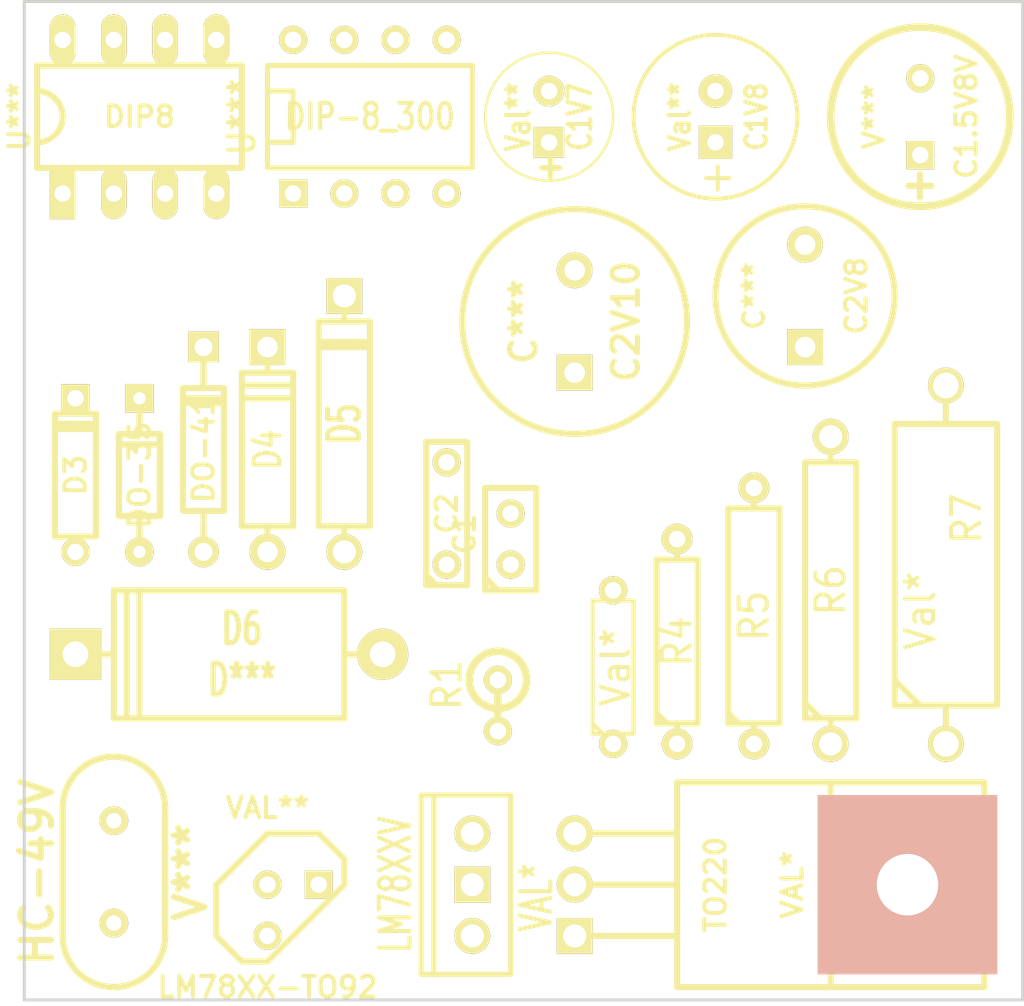
<source format=kicad_pcb>
(kicad_pcb (version 3) (host pcbnew "(2013-07-07 BZR 4022)-stable")

  (general
    (links 0)
    (no_connects 0)
    (area 154.624316 83.566 213.421684 140.537001)
    (thickness 1.6)
    (drawings 4)
    (tracks 0)
    (zones 0)
    (modules 25)
    (nets 1)
  )

  (page A3)
  (layers
    (15 F.Cu signal)
    (0 B.Cu signal)
    (16 B.Adhes user)
    (17 F.Adhes user)
    (18 B.Paste user)
    (19 F.Paste user)
    (20 B.SilkS user)
    (21 F.SilkS user)
    (22 B.Mask user)
    (23 F.Mask user)
    (24 Dwgs.User user)
    (25 Cmts.User user)
    (26 Eco1.User user)
    (27 Eco2.User user)
    (28 Edge.Cuts user)
  )

  (setup
    (last_trace_width 0.254)
    (trace_clearance 0.254)
    (zone_clearance 0.508)
    (zone_45_only no)
    (trace_min 0.254)
    (segment_width 0.2)
    (edge_width 0.15)
    (via_size 0.889)
    (via_drill 0.635)
    (via_min_size 0.889)
    (via_min_drill 0.508)
    (uvia_size 0.508)
    (uvia_drill 0.127)
    (uvias_allowed no)
    (uvia_min_size 0.508)
    (uvia_min_drill 0.127)
    (pcb_text_width 0.3)
    (pcb_text_size 1 1)
    (mod_edge_width 0.15)
    (mod_text_size 1 1)
    (mod_text_width 0.15)
    (pad_size 1 1)
    (pad_drill 0.6)
    (pad_to_mask_clearance 0)
    (aux_axis_origin 0 0)
    (visible_elements 7FFFFFFF)
    (pcbplotparams
      (layerselection 3178497)
      (usegerberextensions true)
      (excludeedgelayer true)
      (linewidth 0.150000)
      (plotframeref false)
      (viasonmask false)
      (mode 1)
      (useauxorigin false)
      (hpglpennumber 1)
      (hpglpenspeed 20)
      (hpglpendiameter 15)
      (hpglpenoverlay 2)
      (psnegative false)
      (psa4output false)
      (plotreference true)
      (plotvalue true)
      (plotothertext true)
      (plotinvisibletext false)
      (padsonsilk false)
      (subtractmaskfromsilk false)
      (outputformat 1)
      (mirror false)
      (drillshape 1)
      (scaleselection 1)
      (outputdirectory ""))
  )

  (net 0 "")

  (net_class Default "This is the default net class."
    (clearance 0.254)
    (trace_width 0.254)
    (via_dia 0.889)
    (via_drill 0.635)
    (uvia_dia 0.508)
    (uvia_drill 0.127)
    (add_net "")
  )

  (module DIP8_ez (layer F.Cu) (tedit 52EC9746) (tstamp 52F1C5E5)
    (at 161.925 102.235)
    (descr "8 pins DIL package, elliptical pads")
    (tags DIL)
    (fp_text reference U*** (at -5.969 0 90) (layer F.SilkS)
      (effects (font (size 1.016 1.016) (thickness 0.2032)))
    )
    (fp_text value DIP8 (at 0 0) (layer F.SilkS)
      (effects (font (size 1.016 1.016) (thickness 0.2032)))
    )
    (fp_arc (start -5.08 0) (end -5.08 -1.27) (angle 90) (layer F.SilkS) (width 0.3048))
    (fp_arc (start -5.08 0) (end -3.81 0) (angle 90) (layer F.SilkS) (width 0.3048))
    (fp_line (start -5.08 -2.54) (end 5.08 -2.54) (layer F.SilkS) (width 0.3048))
    (fp_line (start 5.08 -2.54) (end 5.08 2.54) (layer F.SilkS) (width 0.3048))
    (fp_line (start 5.08 2.54) (end -5.08 2.54) (layer F.SilkS) (width 0.3048))
    (fp_line (start -5.08 2.54) (end -5.08 -2.54) (layer F.SilkS) (width 0.3048))
    (pad 1 thru_hole rect (at -3.81 3.81) (size 1.27 2.54) (drill 0.8128)
      (layers *.Cu *.Mask F.SilkS)
    )
    (pad 2 thru_hole oval (at -1.27 3.81) (size 1.27 2.54) (drill 0.8128)
      (layers *.Cu *.Mask F.SilkS)
    )
    (pad 3 thru_hole oval (at 1.27 3.81) (size 1.27 2.54) (drill 0.8128)
      (layers *.Cu *.Mask F.SilkS)
    )
    (pad 4 thru_hole oval (at 3.81 3.81) (size 1.27 2.54) (drill 0.8128)
      (layers *.Cu *.Mask F.SilkS)
    )
    (pad 5 thru_hole oval (at 3.81 -3.81) (size 1.27 2.54) (drill 0.8128)
      (layers *.Cu *.Mask F.SilkS)
    )
    (pad 6 thru_hole oval (at 1.27 -3.81) (size 1.27 2.54) (drill 0.8128)
      (layers *.Cu *.Mask F.SilkS)
    )
    (pad 7 thru_hole oval (at -1.27 -3.81) (size 1.27 2.54) (drill 0.8128)
      (layers *.Cu *.Mask F.SilkS)
    )
    (pad 8 thru_hole oval (at -3.81 -3.81) (size 1.27 2.54) (drill 0.8128)
      (layers *.Cu *.Mask F.SilkS)
    )
    (model dil/dil_8.wrl
      (at (xyz 0 0 0))
      (scale (xyz 1 1 1))
      (rotate (xyz 0 0 0))
    )
  )

  (module DIP-8__300 (layer F.Cu) (tedit 43A7F843) (tstamp 52F1EDC6)
    (at 173.355 102.235)
    (descr "8 pins DIL package, round pads")
    (tags DIL)
    (fp_text reference U*** (at -6.35 0 90) (layer F.SilkS)
      (effects (font (size 1.27 1.143) (thickness 0.2032)))
    )
    (fp_text value DIP-8_300 (at 0 0) (layer F.SilkS)
      (effects (font (size 1.27 1.016) (thickness 0.2032)))
    )
    (fp_line (start -5.08 -1.27) (end -3.81 -1.27) (layer F.SilkS) (width 0.254))
    (fp_line (start -3.81 -1.27) (end -3.81 1.27) (layer F.SilkS) (width 0.254))
    (fp_line (start -3.81 1.27) (end -5.08 1.27) (layer F.SilkS) (width 0.254))
    (fp_line (start -5.08 -2.54) (end 5.08 -2.54) (layer F.SilkS) (width 0.254))
    (fp_line (start 5.08 -2.54) (end 5.08 2.54) (layer F.SilkS) (width 0.254))
    (fp_line (start 5.08 2.54) (end -5.08 2.54) (layer F.SilkS) (width 0.254))
    (fp_line (start -5.08 2.54) (end -5.08 -2.54) (layer F.SilkS) (width 0.254))
    (pad 1 thru_hole rect (at -3.81 3.81) (size 1.397 1.397) (drill 0.8128)
      (layers *.Cu *.Mask F.SilkS)
    )
    (pad 2 thru_hole circle (at -1.27 3.81) (size 1.397 1.397) (drill 0.8128)
      (layers *.Cu *.Mask F.SilkS)
    )
    (pad 3 thru_hole circle (at 1.27 3.81) (size 1.397 1.397) (drill 0.8128)
      (layers *.Cu *.Mask F.SilkS)
    )
    (pad 4 thru_hole circle (at 3.81 3.81) (size 1.397 1.397) (drill 0.8128)
      (layers *.Cu *.Mask F.SilkS)
    )
    (pad 5 thru_hole circle (at 3.81 -3.81) (size 1.397 1.397) (drill 0.8128)
      (layers *.Cu *.Mask F.SilkS)
    )
    (pad 6 thru_hole circle (at 1.27 -3.81) (size 1.397 1.397) (drill 0.8128)
      (layers *.Cu *.Mask F.SilkS)
    )
    (pad 7 thru_hole circle (at -1.27 -3.81) (size 1.397 1.397) (drill 0.8128)
      (layers *.Cu *.Mask F.SilkS)
    )
    (pad 8 thru_hole circle (at -3.81 -3.81) (size 1.397 1.397) (drill 0.8128)
      (layers *.Cu *.Mask F.SilkS)
    )
    (model dil/dil_8.wrl
      (at (xyz 0 0 0))
      (scale (xyz 1 1 1))
      (rotate (xyz 0 0 0))
    )
  )

  (module C1 (layer F.Cu) (tedit 3F92C496) (tstamp 52F215B0)
    (at 180.34 123.19 90)
    (descr "Condensateur e = 1 pas")
    (tags C)
    (fp_text reference C1 (at 0.254 -2.286 90) (layer F.SilkS)
      (effects (font (size 1.016 1.016) (thickness 0.2032)))
    )
    (fp_text value V*** (at 0 -2.286 90) (layer F.SilkS) hide
      (effects (font (size 1.016 1.016) (thickness 0.2032)))
    )
    (fp_line (start -2.4892 -1.27) (end 2.54 -1.27) (layer F.SilkS) (width 0.3048))
    (fp_line (start 2.54 -1.27) (end 2.54 1.27) (layer F.SilkS) (width 0.3048))
    (fp_line (start 2.54 1.27) (end -2.54 1.27) (layer F.SilkS) (width 0.3048))
    (fp_line (start -2.54 1.27) (end -2.54 -1.27) (layer F.SilkS) (width 0.3048))
    (fp_line (start -2.54 -0.635) (end -1.905 -1.27) (layer F.SilkS) (width 0.3048))
    (pad 1 thru_hole circle (at -1.27 0 90) (size 1.397 1.397) (drill 0.8128)
      (layers *.Cu *.Mask F.SilkS)
    )
    (pad 2 thru_hole circle (at 1.27 0 90) (size 1.397 1.397) (drill 0.8128)
      (layers *.Cu *.Mask F.SilkS)
    )
    (model discret/capa_1_pas.wrl
      (at (xyz 0 0 0))
      (scale (xyz 1 1 1))
      (rotate (xyz 0 0 0))
    )
  )

  (module C1.5V8V (layer F.Cu) (tedit 4512B232) (tstamp 52F21BCA)
    (at 200.66 102.235 90)
    (fp_text reference C1.5V8V (at 0 2.286 90) (layer F.SilkS)
      (effects (font (size 1.016 1.016) (thickness 0.2032)))
    )
    (fp_text value V*** (at 0 -2.286 90) (layer F.SilkS)
      (effects (font (size 1.016 1.016) (thickness 0.2032)))
    )
    (fp_text user + (at -3.429 -0.127 90) (layer F.SilkS)
      (effects (font (size 1.524 1.524) (thickness 0.3048)))
    )
    (fp_circle (center 0 0) (end 0 4.445) (layer F.SilkS) (width 0.381))
    (pad 1 thru_hole rect (at -1.905 0 90) (size 1.397 1.397) (drill 0.8128)
      (layers *.Cu *.Mask F.SilkS)
    )
    (pad 2 thru_hole circle (at 1.905 0 90) (size 1.397 1.397) (drill 0.8128)
      (layers *.Cu *.Mask F.SilkS)
    )
    (model discret/c_vert_c1v8.wrl
      (at (xyz 0 0 0))
      (scale (xyz 1.5 1.5 1))
      (rotate (xyz 0 0 0))
    )
  )

  (module C1V7 (layer F.Cu) (tedit 200000) (tstamp 52F221D5)
    (at 182.245 102.235 90)
    (fp_text reference C1V7 (at 0 1.524 90) (layer F.SilkS)
      (effects (font (size 1.143 0.889) (thickness 0.2032)))
    )
    (fp_text value Val** (at 0 -1.524 90) (layer F.SilkS)
      (effects (font (size 1.143 0.889) (thickness 0.2032)))
    )
    (fp_text user + (at -2.54 0 90) (layer F.SilkS)
      (effects (font (size 1.143 1.143) (thickness 0.3048)))
    )
    (fp_circle (center 0 0) (end 3.175 0) (layer F.SilkS) (width 0.127))
    (pad 1 thru_hole rect (at -1.27 0 90) (size 1.524 1.524) (drill 0.8128)
      (layers *.Cu *.Mask F.SilkS)
    )
    (pad 2 thru_hole circle (at 1.27 0 90) (size 1.524 1.524) (drill 0.8128)
      (layers *.Cu *.Mask F.SilkS)
    )
    (model discret/c_vert_c1v7.wrl
      (at (xyz 0 0 0))
      (scale (xyz 1 1 1))
      (rotate (xyz 0 0 0))
    )
  )

  (module C1V8 (layer F.Cu) (tedit 3DD3A719) (tstamp 52F22806)
    (at 190.5 102.235 90)
    (fp_text reference C1V8 (at 0 2.032 90) (layer F.SilkS)
      (effects (font (size 1.016 0.889) (thickness 0.2032)))
    )
    (fp_text value Val** (at 0 -1.77546 90) (layer F.SilkS)
      (effects (font (size 1.016 0.889) (thickness 0.2032)))
    )
    (fp_text user + (at -3.04546 0 90) (layer F.SilkS)
      (effects (font (size 1.524 1.524) (thickness 0.2032)))
    )
    (fp_circle (center 0 0) (end 4.064 0) (layer F.SilkS) (width 0.2032))
    (pad 1 thru_hole rect (at -1.27 0 90) (size 1.651 1.651) (drill 0.8128)
      (layers *.Cu *.Mask F.SilkS)
    )
    (pad 2 thru_hole circle (at 1.27 0 90) (size 1.651 1.651) (drill 0.8128)
      (layers *.Cu *.Mask F.SilkS)
    )
    (model discret/c_vert_c1v8.wrl
      (at (xyz 0 0 0))
      (scale (xyz 1 1 1))
      (rotate (xyz 0 0 0))
    )
  )

  (module C2 (layer F.Cu) (tedit 200000) (tstamp 52F22E04)
    (at 177.165 121.92 90)
    (descr "Condensateur = 2 pas")
    (tags C)
    (fp_text reference C2 (at 0 0 90) (layer F.SilkS)
      (effects (font (size 1.016 1.016) (thickness 0.2032)))
    )
    (fp_text value C*** (at 0 0 90) (layer F.SilkS) hide
      (effects (font (size 1.016 1.016) (thickness 0.2032)))
    )
    (fp_line (start -3.556 -1.016) (end 3.556 -1.016) (layer F.SilkS) (width 0.3048))
    (fp_line (start 3.556 -1.016) (end 3.556 1.016) (layer F.SilkS) (width 0.3048))
    (fp_line (start 3.556 1.016) (end -3.556 1.016) (layer F.SilkS) (width 0.3048))
    (fp_line (start -3.556 1.016) (end -3.556 -1.016) (layer F.SilkS) (width 0.3048))
    (fp_line (start -3.556 -0.508) (end -3.048 -1.016) (layer F.SilkS) (width 0.3048))
    (pad 1 thru_hole circle (at -2.54 0 90) (size 1.397 1.397) (drill 0.8128)
      (layers *.Cu *.Mask F.SilkS)
    )
    (pad 2 thru_hole circle (at 2.54 0 90) (size 1.397 1.397) (drill 0.8128)
      (layers *.Cu *.Mask F.SilkS)
    )
    (model discret/capa_2pas_5x5mm.wrl
      (at (xyz 0 0 0))
      (scale (xyz 1 1 1))
      (rotate (xyz 0 0 0))
    )
  )

  (module C2V8 (layer F.Cu) (tedit 46544AA3) (tstamp 52F2344F)
    (at 194.945 111.125 90)
    (descr "Condensateur polarise")
    (tags CP)
    (fp_text reference C2V8 (at 0 2.54 90) (layer F.SilkS)
      (effects (font (size 1.016 1.016) (thickness 0.2032)))
    )
    (fp_text value C*** (at 0 -2.54 90) (layer F.SilkS)
      (effects (font (size 1.016 1.016) (thickness 0.2032)))
    )
    (fp_circle (center 0 0) (end -4.445 0) (layer F.SilkS) (width 0.3048))
    (pad 1 thru_hole rect (at -2.54 0 90) (size 1.778 1.778) (drill 1.016)
      (layers *.Cu *.Mask F.SilkS)
    )
    (pad 2 thru_hole circle (at 2.54 0 90) (size 1.778 1.778) (drill 1.016)
      (layers *.Cu *.Mask F.SilkS)
    )
    (model discret/c_vert_c2v10.wrl
      (at (xyz 0 0 0))
      (scale (xyz 1 1 1))
      (rotate (xyz 0 0 0))
    )
  )

  (module C2V10 (layer F.Cu) (tedit 41854742) (tstamp 52F23A48)
    (at 183.515 112.395 90)
    (descr "Condensateur polarise")
    (tags CP)
    (fp_text reference C2V10 (at 0 2.54 90) (layer F.SilkS)
      (effects (font (size 1.27 1.27) (thickness 0.254)))
    )
    (fp_text value C*** (at 0 -2.54 90) (layer F.SilkS)
      (effects (font (size 1.27 1.27) (thickness 0.254)))
    )
    (fp_circle (center 0 0) (end 4.826 -2.794) (layer F.SilkS) (width 0.3048))
    (pad 1 thru_hole rect (at -2.54 0 90) (size 1.778 1.778) (drill 1.016)
      (layers *.Cu *.Mask F.SilkS)
    )
    (pad 2 thru_hole circle (at 2.54 0 90) (size 1.778 1.778) (drill 1.016)
      (layers *.Cu *.Mask F.SilkS)
    )
    (model discret/c_vert_c2v10.wrl
      (at (xyz 0 0 0))
      (scale (xyz 1 1 1))
      (rotate (xyz 0 0 0))
    )
  )

  (module D3 (layer F.Cu) (tedit 200000) (tstamp 52F24235)
    (at 158.75 120.015 90)
    (descr "Diode 3 pas")
    (tags "DIODE DEV")
    (fp_text reference D3 (at 0 0 90) (layer F.SilkS)
      (effects (font (size 1.016 1.016) (thickness 0.2032)))
    )
    (fp_text value D*** (at 0 0 90) (layer F.SilkS) hide
      (effects (font (size 1.016 1.016) (thickness 0.2032)))
    )
    (fp_line (start 3.81 0) (end 3.048 0) (layer F.SilkS) (width 0.3048))
    (fp_line (start 3.048 0) (end 3.048 -1.016) (layer F.SilkS) (width 0.3048))
    (fp_line (start 3.048 -1.016) (end -3.048 -1.016) (layer F.SilkS) (width 0.3048))
    (fp_line (start -3.048 -1.016) (end -3.048 0) (layer F.SilkS) (width 0.3048))
    (fp_line (start -3.048 0) (end -3.81 0) (layer F.SilkS) (width 0.3048))
    (fp_line (start -3.048 0) (end -3.048 1.016) (layer F.SilkS) (width 0.3048))
    (fp_line (start -3.048 1.016) (end 3.048 1.016) (layer F.SilkS) (width 0.3048))
    (fp_line (start 3.048 1.016) (end 3.048 0) (layer F.SilkS) (width 0.3048))
    (fp_line (start 2.54 -1.016) (end 2.54 1.016) (layer F.SilkS) (width 0.3048))
    (fp_line (start 2.286 1.016) (end 2.286 -1.016) (layer F.SilkS) (width 0.3048))
    (pad 2 thru_hole rect (at 3.81 0 90) (size 1.397 1.397) (drill 0.8128)
      (layers *.Cu *.Mask F.SilkS)
    )
    (pad 1 thru_hole circle (at -3.81 0 90) (size 1.397 1.397) (drill 0.8128)
      (layers *.Cu *.Mask F.SilkS)
    )
    (model discret/diode.wrl
      (at (xyz 0 0 0))
      (scale (xyz 0.3 0.3 0.3))
      (rotate (xyz 0 0 0))
    )
  )

  (module D4 (layer F.Cu) (tedit 200000) (tstamp 52F2484E)
    (at 168.275 118.745 90)
    (descr "Diode 4 pas")
    (tags "DIODE DEV")
    (fp_text reference D4 (at 0 0 90) (layer F.SilkS)
      (effects (font (size 1.27 1.016) (thickness 0.2032)))
    )
    (fp_text value D*** (at 0 0 90) (layer F.SilkS) hide
      (effects (font (size 1.27 1.016) (thickness 0.2032)))
    )
    (fp_line (start -3.81 -1.27) (end 3.81 -1.27) (layer F.SilkS) (width 0.3048))
    (fp_line (start 3.81 -1.27) (end 3.81 1.27) (layer F.SilkS) (width 0.3048))
    (fp_line (start 3.81 1.27) (end -3.81 1.27) (layer F.SilkS) (width 0.3048))
    (fp_line (start -3.81 1.27) (end -3.81 -1.27) (layer F.SilkS) (width 0.3048))
    (fp_line (start 3.175 -1.27) (end 3.175 1.27) (layer F.SilkS) (width 0.3048))
    (fp_line (start 2.54 1.27) (end 2.54 -1.27) (layer F.SilkS) (width 0.3048))
    (fp_line (start -3.81 0) (end -5.08 0) (layer F.SilkS) (width 0.3048))
    (fp_line (start 3.81 0) (end 5.08 0) (layer F.SilkS) (width 0.3048))
    (pad 1 thru_hole circle (at -5.08 0 90) (size 1.778 1.778) (drill 1.016)
      (layers *.Cu *.Mask F.SilkS)
    )
    (pad 2 thru_hole rect (at 5.08 0 90) (size 1.778 1.778) (drill 1.016)
      (layers *.Cu *.Mask F.SilkS)
    )
    (model discret/diode.wrl
      (at (xyz 0 0 0))
      (scale (xyz 0.4 0.4 0.4))
      (rotate (xyz 0 0 0))
    )
  )

  (module D5 (layer F.Cu) (tedit 200000) (tstamp 52F24E67)
    (at 172.085 117.475 90)
    (descr "Diode 5 pas")
    (tags "DIODE DEV")
    (fp_text reference D5 (at 0 0 90) (layer F.SilkS)
      (effects (font (size 1.524 1.016) (thickness 0.3048)))
    )
    (fp_text value D*** (at -0.254 0 90) (layer F.SilkS) hide
      (effects (font (size 1.524 1.016) (thickness 0.3048)))
    )
    (fp_line (start 6.35 0) (end 5.08 0) (layer F.SilkS) (width 0.3048))
    (fp_line (start 5.08 0) (end 5.08 -1.27) (layer F.SilkS) (width 0.3048))
    (fp_line (start 5.08 -1.27) (end -5.08 -1.27) (layer F.SilkS) (width 0.3048))
    (fp_line (start -5.08 -1.27) (end -5.08 0) (layer F.SilkS) (width 0.3048))
    (fp_line (start -5.08 0) (end -6.35 0) (layer F.SilkS) (width 0.3048))
    (fp_line (start -5.08 0) (end -5.08 1.27) (layer F.SilkS) (width 0.3048))
    (fp_line (start -5.08 1.27) (end 5.08 1.27) (layer F.SilkS) (width 0.3048))
    (fp_line (start 5.08 1.27) (end 5.08 0) (layer F.SilkS) (width 0.3048))
    (fp_line (start 3.81 -1.27) (end 3.81 1.27) (layer F.SilkS) (width 0.3048))
    (fp_line (start 4.064 -1.27) (end 4.064 1.27) (layer F.SilkS) (width 0.3048))
    (pad 1 thru_hole circle (at -6.35 0 90) (size 1.778 1.778) (drill 1.143)
      (layers *.Cu *.Mask F.SilkS)
    )
    (pad 2 thru_hole rect (at 6.35 0 90) (size 1.778 1.778) (drill 1.143)
      (layers *.Cu *.Mask F.SilkS)
    )
    (model discret/diode.wrl
      (at (xyz 0 0 0))
      (scale (xyz 0.5 0.5 0.5))
      (rotate (xyz 0 0 0))
    )
  )

  (module D6 (layer F.Cu) (tedit 200000) (tstamp 52F2549A)
    (at 166.37 128.905 180)
    (descr "Diode 6 pas")
    (tags DIODE)
    (fp_text reference D6 (at -0.635 1.27 180) (layer F.SilkS)
      (effects (font (size 1.524 1.016) (thickness 0.3048)))
    )
    (fp_text value D*** (at -0.635 -1.27 180) (layer F.SilkS)
      (effects (font (size 1.524 1.016) (thickness 0.3048)))
    )
    (fp_line (start -5.715 -3.175) (end -5.715 3.175) (layer F.SilkS) (width 0.3048))
    (fp_line (start -5.715 3.175) (end 5.715 3.175) (layer F.SilkS) (width 0.3048))
    (fp_line (start 5.715 3.175) (end 5.715 -3.175) (layer F.SilkS) (width 0.3048))
    (fp_line (start 5.715 -3.175) (end -5.715 -3.175) (layer F.SilkS) (width 0.3048))
    (fp_line (start 5.08 -3.175) (end 5.08 3.175) (layer F.SilkS) (width 0.3048))
    (fp_line (start 4.445 3.175) (end 4.445 -3.175) (layer F.SilkS) (width 0.3048))
    (fp_line (start 5.715 0) (end 7.62 0) (layer F.SilkS) (width 0.3048))
    (fp_line (start -5.715 0) (end -7.62 0) (layer F.SilkS) (width 0.3048))
    (pad 1 thru_hole circle (at -7.62 0 180) (size 2.54 2.54) (drill 1.27)
      (layers *.Cu *.Mask F.SilkS)
    )
    (pad 2 thru_hole rect (at 7.62 0 180) (size 2.54 2.54) (drill 1.27)
      (layers *.Cu *.Mask F.SilkS)
    )
    (model discret/diode.wrl
      (at (xyz 0 0 0))
      (scale (xyz 0.6 0.6 0.6))
      (rotate (xyz 0 0 0))
    )
  )

  (module DO-35 (layer F.Cu) (tedit 4C5F69DC) (tstamp 52F25ABA)
    (at 161.925 120.015 90)
    (descr "Diode 3 pas")
    (tags "DIODE DEV")
    (fp_text reference DO-35 (at 0 0 90) (layer F.SilkS)
      (effects (font (size 1.016 1.016) (thickness 0.2032)))
    )
    (fp_text value D*** (at 0 0 90) (layer F.SilkS) hide
      (effects (font (size 1.016 1.016) (thickness 0.2032)))
    )
    (fp_line (start 2.032 0) (end 3.81 0) (layer F.SilkS) (width 0.3175))
    (fp_line (start -2.032 0) (end -3.81 0) (layer F.SilkS) (width 0.3175))
    (fp_line (start 1.524 -1.016) (end 1.524 1.016) (layer F.SilkS) (width 0.3175))
    (fp_line (start -2.032 -1.016) (end -2.032 1.016) (layer F.SilkS) (width 0.3175))
    (fp_line (start -2.032 1.016) (end 2.032 1.016) (layer F.SilkS) (width 0.3175))
    (fp_line (start 2.032 1.016) (end 2.032 -1.016) (layer F.SilkS) (width 0.3175))
    (fp_line (start 2.032 -1.016) (end -2.032 -1.016) (layer F.SilkS) (width 0.3175))
    (pad 2 thru_hole rect (at 3.81 0 90) (size 1.4224 1.4224) (drill 0.6096)
      (layers *.Cu *.Mask F.SilkS)
    )
    (pad 1 thru_hole circle (at -3.81 0 90) (size 1.4224 1.4224) (drill 0.6096)
      (layers *.Cu *.Mask F.SilkS)
    )
    (model discret/diode.wrl
      (at (xyz 0 0 0))
      (scale (xyz 0.3 0.3 0.3))
      (rotate (xyz 0 0 0))
    )
  )

  (module DO-41 (layer F.Cu) (tedit 4C5F69ED) (tstamp 52F260D5)
    (at 165.1 118.745 90)
    (descr "Diode 3 pas")
    (tags "DIODE DEV")
    (fp_text reference DO-41 (at 0 0 90) (layer F.SilkS)
      (effects (font (size 1.016 1.016) (thickness 0.2032)))
    )
    (fp_text value D*** (at 0 0 90) (layer F.SilkS) hide
      (effects (font (size 1.016 1.016) (thickness 0.2032)))
    )
    (fp_line (start -3.81 0) (end -5.08 0) (layer F.SilkS) (width 0.3175))
    (fp_line (start 3.81 0) (end 5.08 0) (layer F.SilkS) (width 0.3175))
    (fp_line (start 3.81 0) (end 3.048 0) (layer F.SilkS) (width 0.3175))
    (fp_line (start 3.048 0) (end 3.048 -1.016) (layer F.SilkS) (width 0.3048))
    (fp_line (start 3.048 -1.016) (end -3.048 -1.016) (layer F.SilkS) (width 0.3048))
    (fp_line (start -3.048 -1.016) (end -3.048 0) (layer F.SilkS) (width 0.3048))
    (fp_line (start -3.048 0) (end -3.81 0) (layer F.SilkS) (width 0.3048))
    (fp_line (start -3.048 0) (end -3.048 1.016) (layer F.SilkS) (width 0.3048))
    (fp_line (start -3.048 1.016) (end 3.048 1.016) (layer F.SilkS) (width 0.3048))
    (fp_line (start 3.048 1.016) (end 3.048 0) (layer F.SilkS) (width 0.3048))
    (fp_line (start 2.54 -1.016) (end 2.54 1.016) (layer F.SilkS) (width 0.3048))
    (fp_line (start 2.286 1.016) (end 2.286 -1.016) (layer F.SilkS) (width 0.3048))
    (pad 2 thru_hole rect (at 5.08 0 90) (size 1.524 1.524) (drill 0.889)
      (layers *.Cu *.Mask F.SilkS)
    )
    (pad 1 thru_hole circle (at -5.08 0 90) (size 1.524 1.524) (drill 0.889)
      (layers *.Cu *.Mask F.SilkS)
    )
  )

  (module HC-49V (layer F.Cu) (tedit 4C5EC450) (tstamp 52F26726)
    (at 160.655 139.7 90)
    (descr "Quartz boitier HC-49 Vertical")
    (tags "QUARTZ DEV")
    (autoplace_cost180 10)
    (fp_text reference HC-49V (at 0 -3.81 90) (layer F.SilkS)
      (effects (font (size 1.524 1.524) (thickness 0.3048)))
    )
    (fp_text value V*** (at 0 3.81 90) (layer F.SilkS)
      (effects (font (size 1.524 1.524) (thickness 0.3048)))
    )
    (fp_line (start -3.175 2.54) (end 3.175 2.54) (layer F.SilkS) (width 0.3175))
    (fp_line (start -3.175 -2.54) (end 3.175 -2.54) (layer F.SilkS) (width 0.3175))
    (fp_arc (start 3.175 0) (end 3.175 -2.54) (angle 90) (layer F.SilkS) (width 0.3175))
    (fp_arc (start 3.175 0) (end 5.715 0) (angle 90) (layer F.SilkS) (width 0.3175))
    (fp_arc (start -3.175 0) (end -5.715 0) (angle 90) (layer F.SilkS) (width 0.3175))
    (fp_arc (start -3.175 0) (end -3.175 2.54) (angle 90) (layer F.SilkS) (width 0.3175))
    (pad 1 thru_hole circle (at -2.54 0 90) (size 1.4224 1.4224) (drill 0.762)
      (layers *.Cu *.Mask F.SilkS)
    )
    (pad 2 thru_hole circle (at 2.54 0 90) (size 1.4224 1.4224) (drill 0.762)
      (layers *.Cu *.Mask F.SilkS)
    )
    (model discret/xtal/crystal_hc18u_vertical.wrl
      (at (xyz 0 0 0))
      (scale (xyz 1 1 0.2))
      (rotate (xyz 0 0 0))
    )
  )

  (module LM78XX-TO92 (layer F.Cu) (tedit 4C5F8B36) (tstamp 52F26DBD)
    (at 169.545 141.605)
    (descr 7805)
    (tags "TR TO92")
    (fp_text reference LM78XX-TO92 (at -1.27 3.81) (layer F.SilkS)
      (effects (font (size 1.016 1.016) (thickness 0.2032)))
    )
    (fp_text value VAL** (at -1.27 -5.08) (layer F.SilkS)
      (effects (font (size 1.016 1.016) (thickness 0.2032)))
    )
    (fp_line (start -1.27 2.54) (end 2.54 -1.27) (layer F.SilkS) (width 0.3048))
    (fp_line (start 2.54 -1.27) (end 2.54 -2.54) (layer F.SilkS) (width 0.3048))
    (fp_line (start 2.54 -2.54) (end 1.27 -3.81) (layer F.SilkS) (width 0.3048))
    (fp_line (start 1.27 -3.81) (end -1.27 -3.81) (layer F.SilkS) (width 0.3048))
    (fp_line (start -1.27 -3.81) (end -3.81 -1.27) (layer F.SilkS) (width 0.3048))
    (fp_line (start -3.81 -1.27) (end -3.81 1.27) (layer F.SilkS) (width 0.3048))
    (fp_line (start -3.81 1.27) (end -2.54 2.54) (layer F.SilkS) (width 0.3048))
    (fp_line (start -2.54 2.54) (end -1.27 2.54) (layer F.SilkS) (width 0.3048))
    (pad VI thru_hole rect (at 1.27 -1.27) (size 1.397 1.397) (drill 0.8128)
      (layers *.Cu *.Mask F.SilkS)
    )
    (pad GND thru_hole circle (at -1.27 -1.27) (size 1.397 1.397) (drill 0.8128)
      (layers *.Cu *.Mask F.SilkS)
    )
    (pad VO thru_hole circle (at -1.27 1.27) (size 1.397 1.397) (drill 0.8128)
      (layers *.Cu *.Mask F.SilkS)
    )
    (model discret/to98.wrl
      (at (xyz 0 0 0))
      (scale (xyz 1 1 1))
      (rotate (xyz 0 0 0))
    )
  )

  (module LM78XXV (layer F.Cu) (tedit 4C5EE157) (tstamp 52F273D4)
    (at 178.435 140.335 180)
    (descr "Regulateur TO220 serie LM78xx")
    (tags "TR TO220")
    (fp_text reference LM78XXV (at 3.81 0 270) (layer F.SilkS)
      (effects (font (size 1.524 1.016) (thickness 0.2032)))
    )
    (fp_text value VAL* (at -3.175 -0.635 270) (layer F.SilkS)
      (effects (font (size 1.524 1.016) (thickness 0.2032)))
    )
    (fp_line (start 1.905 -4.445) (end 2.54 -4.445) (layer F.SilkS) (width 0.254))
    (fp_line (start 2.54 -4.445) (end 2.54 4.445) (layer F.SilkS) (width 0.254))
    (fp_line (start 2.54 4.445) (end 1.905 4.445) (layer F.SilkS) (width 0.254))
    (fp_line (start -1.905 -4.445) (end 1.905 -4.445) (layer F.SilkS) (width 0.254))
    (fp_line (start 1.905 -4.445) (end 1.905 4.445) (layer F.SilkS) (width 0.254))
    (fp_line (start 1.905 4.445) (end -1.905 4.445) (layer F.SilkS) (width 0.254))
    (fp_line (start -1.905 4.445) (end -1.905 -4.445) (layer F.SilkS) (width 0.254))
    (pad VI thru_hole circle (at 0 -2.54 180) (size 1.778 1.778) (drill 1.143)
      (layers *.Cu *.Mask F.SilkS)
    )
    (pad GND thru_hole rect (at 0 0 180) (size 1.778 1.778) (drill 1.143)
      (layers *.Cu *.Mask F.SilkS)
    )
    (pad VO thru_hole circle (at 0 2.54 180) (size 1.778 1.778) (drill 1.143)
      (layers *.Cu *.Mask F.SilkS)
    )
  )

  (module R1 (layer F.Cu) (tedit 200000) (tstamp 52F27AD5)
    (at 179.705 131.445 270)
    (descr "Resistance verticale")
    (tags R)
    (autoplace_cost90 10)
    (autoplace_cost180 10)
    (fp_text reference R1 (at -1.016 2.54 270) (layer F.SilkS)
      (effects (font (size 1.397 1.27) (thickness 0.2032)))
    )
    (fp_text value VAL* (at -1.143 2.54 270) (layer F.SilkS) hide
      (effects (font (size 1.397 1.27) (thickness 0.2032)))
    )
    (fp_line (start -1.27 0) (end 1.27 0) (layer F.SilkS) (width 0.381))
    (fp_circle (center -1.27 0) (end -0.635 1.27) (layer F.SilkS) (width 0.381))
    (pad 1 thru_hole circle (at -1.27 0 270) (size 1.397 1.397) (drill 0.8128)
      (layers *.Cu *.Mask F.SilkS)
    )
    (pad 2 thru_hole circle (at 1.27 0 270) (size 1.397 1.397) (drill 0.8128)
      (layers *.Cu *.Mask F.SilkS)
    )
    (model discret/verti_resistor.wrl
      (at (xyz 0 0 0))
      (scale (xyz 1 1 1))
      (rotate (xyz 0 0 0))
    )
  )

  (module R3 (layer F.Cu) (tedit 4E4C0E65) (tstamp 52F2E569)
    (at 185.42 129.54 90)
    (descr "Resitance 3 pas")
    (tags R)
    (path R3)
    (autoplace_cost180 10)
    (fp_text reference R3 (at 0 0.127 90) (layer F.SilkS) hide
      (effects (font (size 1.397 1.27) (thickness 0.2032)))
    )
    (fp_text value Val* (at 0 0.127 90) (layer F.SilkS)
      (effects (font (size 1.397 1.27) (thickness 0.2032)))
    )
    (fp_line (start -3.81 0) (end -3.302 0) (layer F.SilkS) (width 0.2032))
    (fp_line (start 3.81 0) (end 3.302 0) (layer F.SilkS) (width 0.2032))
    (fp_line (start 3.302 0) (end 3.302 -1.016) (layer F.SilkS) (width 0.2032))
    (fp_line (start 3.302 -1.016) (end -3.302 -1.016) (layer F.SilkS) (width 0.2032))
    (fp_line (start -3.302 -1.016) (end -3.302 1.016) (layer F.SilkS) (width 0.2032))
    (fp_line (start -3.302 1.016) (end 3.302 1.016) (layer F.SilkS) (width 0.2032))
    (fp_line (start 3.302 1.016) (end 3.302 0) (layer F.SilkS) (width 0.2032))
    (fp_line (start -3.302 -0.508) (end -2.794 -1.016) (layer F.SilkS) (width 0.2032))
    (pad 1 thru_hole circle (at -3.81 0 90) (size 1.397 1.397) (drill 0.8128)
      (layers *.Cu *.Mask F.SilkS)
    )
    (pad 2 thru_hole circle (at 3.81 0 90) (size 1.397 1.397) (drill 0.8128)
      (layers *.Cu *.Mask F.SilkS)
    )
    (model discret/resistor.wrl
      (at (xyz 0 0 0))
      (scale (xyz 0.3 0.3 0.3))
      (rotate (xyz 0 0 0))
    )
  )

  (module R4 (layer F.Cu) (tedit 200000) (tstamp 52F28D49)
    (at 188.595 128.27 90)
    (descr "Resitance 4 pas")
    (tags R)
    (autoplace_cost180 10)
    (fp_text reference R4 (at 0 0 90) (layer F.SilkS)
      (effects (font (size 1.397 1.27) (thickness 0.2032)))
    )
    (fp_text value Val* (at 0 0 90) (layer F.SilkS) hide
      (effects (font (size 1.397 1.27) (thickness 0.2032)))
    )
    (fp_line (start -5.08 0) (end -4.064 0) (layer F.SilkS) (width 0.3048))
    (fp_line (start -4.064 0) (end -4.064 -1.016) (layer F.SilkS) (width 0.3048))
    (fp_line (start -4.064 -1.016) (end 4.064 -1.016) (layer F.SilkS) (width 0.3048))
    (fp_line (start 4.064 -1.016) (end 4.064 1.016) (layer F.SilkS) (width 0.3048))
    (fp_line (start 4.064 1.016) (end -4.064 1.016) (layer F.SilkS) (width 0.3048))
    (fp_line (start -4.064 1.016) (end -4.064 0) (layer F.SilkS) (width 0.3048))
    (fp_line (start -4.064 -0.508) (end -3.556 -1.016) (layer F.SilkS) (width 0.3048))
    (fp_line (start 5.08 0) (end 4.064 0) (layer F.SilkS) (width 0.3048))
    (pad 1 thru_hole circle (at -5.08 0 90) (size 1.524 1.524) (drill 0.8128)
      (layers *.Cu *.Mask F.SilkS)
    )
    (pad 2 thru_hole circle (at 5.08 0 90) (size 1.524 1.524) (drill 0.8128)
      (layers *.Cu *.Mask F.SilkS)
    )
    (model discret/resistor.wrl
      (at (xyz 0 0 0))
      (scale (xyz 0.4 0.4 0.4))
      (rotate (xyz 0 0 0))
    )
  )

  (module R5 (layer F.Cu) (tedit 200000) (tstamp 52F2935C)
    (at 192.405 127 90)
    (descr "Resistance 5 pas")
    (tags R)
    (autoplace_cost180 10)
    (fp_text reference R5 (at 0 0 90) (layer F.SilkS)
      (effects (font (size 1.397 1.27) (thickness 0.2032)))
    )
    (fp_text value Val* (at 0 0 90) (layer F.SilkS) hide
      (effects (font (size 1.397 1.27) (thickness 0.2032)))
    )
    (fp_line (start -6.35 0) (end -5.334 0) (layer F.SilkS) (width 0.3048))
    (fp_line (start 6.35 0) (end 5.334 0) (layer F.SilkS) (width 0.3048))
    (fp_line (start 5.334 -1.27) (end 5.334 1.27) (layer F.SilkS) (width 0.3048))
    (fp_line (start 5.334 1.27) (end -5.334 1.27) (layer F.SilkS) (width 0.3048))
    (fp_line (start -5.334 1.27) (end -5.334 -1.27) (layer F.SilkS) (width 0.3048))
    (fp_line (start -5.334 -1.27) (end 5.334 -1.27) (layer F.SilkS) (width 0.3048))
    (fp_line (start -5.334 -0.762) (end -4.826 -1.27) (layer F.SilkS) (width 0.3048))
    (pad 1 thru_hole circle (at -6.35 0 90) (size 1.524 1.524) (drill 0.8128)
      (layers *.Cu *.Mask F.SilkS)
    )
    (pad 2 thru_hole circle (at 6.35 0 90) (size 1.524 1.524) (drill 0.8128)
      (layers *.Cu *.Mask F.SilkS)
    )
    (model discret/resistor.wrl
      (at (xyz 0 0 0))
      (scale (xyz 0.5 0.5 0.5))
      (rotate (xyz 0 0 0))
    )
  )

  (module R6 (layer F.Cu) (tedit 200000) (tstamp 52F2CC6B)
    (at 196.215 125.73 90)
    (descr "Resistance 6 pas")
    (tags R)
    (autoplace_cost180 10)
    (fp_text reference R6 (at 0 0 90) (layer F.SilkS)
      (effects (font (size 1.397 1.27) (thickness 0.2032)))
    )
    (fp_text value Val* (at 0.254 0 90) (layer F.SilkS) hide
      (effects (font (size 1.397 1.27) (thickness 0.2032)))
    )
    (fp_line (start -6.35 -1.27) (end 6.35 -1.27) (layer F.SilkS) (width 0.3048))
    (fp_line (start 6.35 -1.27) (end 6.35 1.27) (layer F.SilkS) (width 0.3048))
    (fp_line (start 6.35 1.27) (end -6.35 1.27) (layer F.SilkS) (width 0.3048))
    (fp_line (start 6.35 0) (end 7.62 0) (layer F.SilkS) (width 0.3048))
    (fp_line (start -7.62 0) (end -6.35 0) (layer F.SilkS) (width 0.3048))
    (fp_line (start -6.35 -0.508) (end -5.588 -1.27) (layer F.SilkS) (width 0.3048))
    (fp_line (start -6.35 -1.27) (end -6.35 1.27) (layer F.SilkS) (width 0.3048))
    (pad 1 thru_hole circle (at -7.62 0 90) (size 1.778 1.778) (drill 1.143)
      (layers *.Cu *.Mask F.SilkS)
    )
    (pad 2 thru_hole circle (at 7.62 0 90) (size 1.778 1.778) (drill 1.143)
      (layers *.Cu *.Mask F.SilkS)
    )
    (model discret/resistor.wrl
      (at (xyz 0 0 0))
      (scale (xyz 0.6 0.6 0.6))
      (rotate (xyz 0 0 0))
    )
  )

  (module R7 (layer F.Cu) (tedit 200000) (tstamp 52F2D282)
    (at 201.93 124.46 90)
    (descr "Resitance 7 pas")
    (tags R)
    (autoplace_cost180 10)
    (fp_text reference R7 (at 2.286 1.016 90) (layer F.SilkS)
      (effects (font (size 1.397 1.27) (thickness 0.2032)))
    )
    (fp_text value Val* (at -2.286 -1.27 90) (layer F.SilkS)
      (effects (font (size 1.397 1.27) (thickness 0.2032)))
    )
    (fp_line (start -8.89 0) (end -8.89 0) (layer F.SilkS) (width 0.3048))
    (fp_line (start -8.89 0) (end -8.89 0) (layer F.SilkS) (width 0.3048))
    (fp_line (start 6.985 0) (end 8.89 0) (layer F.SilkS) (width 0.3048))
    (fp_line (start 8.89 0) (end 8.89 0) (layer F.SilkS) (width 0.3048))
    (fp_line (start 6.985 2.54) (end -6.985 2.54) (layer F.SilkS) (width 0.3048))
    (fp_line (start -6.985 -2.54) (end 6.985 -2.54) (layer F.SilkS) (width 0.3048))
    (fp_line (start -6.985 -1.27) (end -5.715 -2.54) (layer F.SilkS) (width 0.3048))
    (fp_line (start 6.985 -2.54) (end 6.985 2.54) (layer F.SilkS) (width 0.3048))
    (fp_line (start -6.985 -2.54) (end -6.985 2.54) (layer F.SilkS) (width 0.3048))
    (fp_line (start -8.89 0) (end -6.985 0) (layer F.SilkS) (width 0.3048))
    (pad 1 thru_hole circle (at -8.89 0 90) (size 1.778 1.778) (drill 1.27)
      (layers *.Cu *.Mask F.SilkS)
    )
    (pad 2 thru_hole circle (at 8.89 0 90) (size 1.778 1.778) (drill 1.27)
      (layers *.Cu *.Mask F.SilkS)
    )
    (model discret/resistor.wrl
      (at (xyz 0 0 0))
      (scale (xyz 0.7 0.7 0.7))
      (rotate (xyz 0 0 0))
    )
  )

  (module TO220 (layer F.Cu) (tedit 200000) (tstamp 52F2D8A1)
    (at 183.515 140.335)
    (descr "Transistor TO 220")
    (tags "TR TO220 DEV")
    (fp_text reference TO220 (at 6.985 0 90) (layer F.SilkS)
      (effects (font (size 1.016 1.016) (thickness 0.2032)))
    )
    (fp_text value VAL* (at 10.795 0 90) (layer F.SilkS)
      (effects (font (size 1.016 1.016) (thickness 0.2032)))
    )
    (fp_line (start 0 -2.54) (end 5.08 -2.54) (layer F.SilkS) (width 0.3048))
    (fp_line (start 0 0) (end 5.08 0) (layer F.SilkS) (width 0.3048))
    (fp_line (start 0 2.54) (end 5.08 2.54) (layer F.SilkS) (width 0.3048))
    (fp_line (start 5.08 5.08) (end 20.32 5.08) (layer F.SilkS) (width 0.3048))
    (fp_line (start 20.32 5.08) (end 20.32 -5.08) (layer F.SilkS) (width 0.3048))
    (fp_line (start 20.32 -5.08) (end 5.08 -5.08) (layer F.SilkS) (width 0.3048))
    (fp_line (start 5.08 -5.08) (end 5.08 5.08) (layer F.SilkS) (width 0.3048))
    (fp_line (start 12.7 3.81) (end 12.7 -5.08) (layer F.SilkS) (width 0.3048))
    (fp_line (start 12.7 3.81) (end 12.7 5.08) (layer F.SilkS) (width 0.3048))
    (pad 1 thru_hole rect (at 0 2.54) (size 1.778 1.778) (drill 1.143)
      (layers *.Cu *.Mask F.SilkS)
    )
    (pad 2 thru_hole circle (at 0 -2.54) (size 1.778 1.778) (drill 1.143)
      (layers *.Cu *.Mask F.SilkS)
    )
    (pad 3 thru_hole circle (at 0 0) (size 1.778 1.778) (drill 1.143)
      (layers *.Cu *.Mask F.SilkS)
    )
    (pad 4 thru_hole rect (at 16.51 0) (size 8.89 8.89) (drill 3.048)
      (layers *.Cu *.SilkS *.Mask)
    )
    (model discret/to220_horiz.wrl
      (at (xyz 0 0 0))
      (scale (xyz 1 1 1))
      (rotate (xyz 0 0 0))
    )
  )

  (gr_line (start 156.21 146.05) (end 156.21 96.52) (angle 90) (layer Edge.Cuts) (width 0.15))
  (gr_line (start 205.74 146.05) (end 156.21 146.05) (angle 90) (layer Edge.Cuts) (width 0.15))
  (gr_line (start 205.74 96.52) (end 205.74 146.05) (angle 90) (layer Edge.Cuts) (width 0.15))
  (gr_line (start 156.21 96.52) (end 205.74 96.52) (angle 90) (layer Edge.Cuts) (width 0.15))

)

</source>
